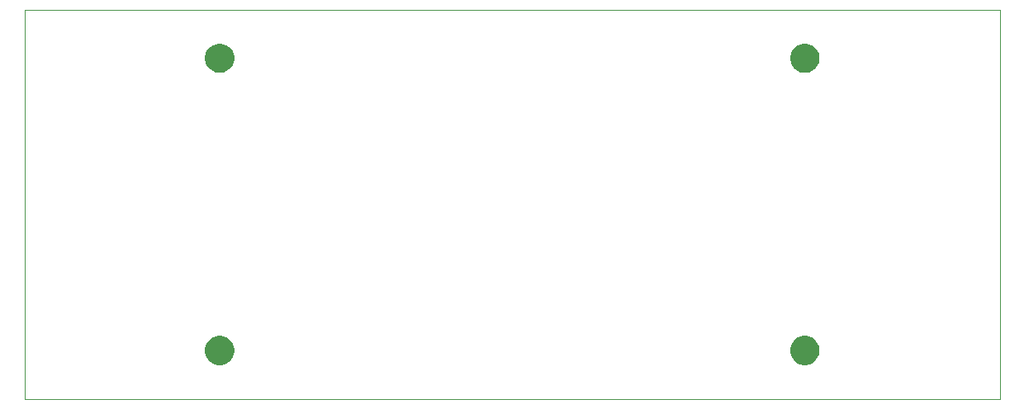
<source format=gbr>
%TF.GenerationSoftware,Altium Limited,Altium Designer,21.2.2 (38)*%
G04 Layer_Color=0*
%FSLAX45Y45*%
%MOMM*%
%TF.SameCoordinates,908A5498-0BB4-4271-8F68-DE63ACD0DB91*%
%TF.FilePolarity,Positive*%
%TF.FileFunction,Profile,NP*%
%TF.Part,Single*%
G01*
G75*
%TA.AperFunction,Profile*%
%ADD14C,0.02540*%
G36*
X7850000Y500000D02*
Y485226D01*
X7855764Y456246D01*
X7867072Y428948D01*
X7883487Y404380D01*
X7904380Y383487D01*
X7928948Y367072D01*
X7956246Y355764D01*
X7985226Y350000D01*
X8000000D01*
X8014774D01*
X8043753Y355764D01*
X8071051Y367072D01*
X8095619Y383487D01*
X8116512Y404380D01*
X8132928Y428948D01*
X8144235Y456246D01*
X8150000Y485226D01*
Y500000D01*
Y514774D01*
X8144235Y543753D01*
X8132928Y571051D01*
X8116512Y595619D01*
X8095619Y616512D01*
X8071051Y632928D01*
X8043753Y644235D01*
X8014774Y650000D01*
X8000000D01*
X7985226D01*
X7956246Y644235D01*
X7928948Y632928D01*
X7904380Y616512D01*
X7883487Y595619D01*
X7867072Y571051D01*
X7855764Y543753D01*
X7850000Y514774D01*
Y500000D01*
D01*
D02*
G37*
G36*
Y3500000D02*
Y3485226D01*
X7855764Y3456247D01*
X7867072Y3428948D01*
X7883487Y3404381D01*
X7904380Y3383488D01*
X7928948Y3367072D01*
X7956246Y3355764D01*
X7985226Y3350000D01*
X8000000D01*
X8014774D01*
X8043753Y3355764D01*
X8071051Y3367072D01*
X8095619Y3383488D01*
X8116512Y3404381D01*
X8132928Y3428948D01*
X8144235Y3456247D01*
X8150000Y3485226D01*
Y3500000D01*
Y3514774D01*
X8144235Y3543753D01*
X8132928Y3571052D01*
X8116512Y3595619D01*
X8095619Y3616512D01*
X8071051Y3632928D01*
X8043753Y3644236D01*
X8014774Y3650000D01*
X8000000D01*
X7985226D01*
X7956246Y3644236D01*
X7928948Y3632928D01*
X7904380Y3616512D01*
X7883487Y3595619D01*
X7867072Y3571052D01*
X7855764Y3543753D01*
X7850000Y3514774D01*
Y3500000D01*
D01*
D02*
G37*
G36*
X1850000Y500000D02*
Y485226D01*
X1855764Y456246D01*
X1867072Y428948D01*
X1883487Y404380D01*
X1904380Y383487D01*
X1928948Y367072D01*
X1956247Y355764D01*
X1985226Y350000D01*
X2000000D01*
X2014774D01*
X2043753Y355764D01*
X2071051Y367072D01*
X2095619Y383487D01*
X2116512Y404380D01*
X2132928Y428948D01*
X2144235Y456246D01*
X2150000Y485226D01*
Y500000D01*
Y514774D01*
X2144235Y543753D01*
X2132928Y571051D01*
X2116512Y595619D01*
X2095619Y616512D01*
X2071051Y632928D01*
X2043753Y644235D01*
X2014774Y650000D01*
X2000000D01*
X1985226D01*
X1956247Y644235D01*
X1928948Y632928D01*
X1904380Y616512D01*
X1883487Y595619D01*
X1867072Y571051D01*
X1855764Y543753D01*
X1850000Y514774D01*
Y500000D01*
D01*
D02*
G37*
G36*
X2000000Y3350000D02*
X1985226D01*
X1956247Y3355764D01*
X1928948Y3367072D01*
X1904380Y3383488D01*
X1883487Y3404381D01*
X1867072Y3428948D01*
X1855764Y3456247D01*
X1850000Y3485226D01*
Y3500000D01*
Y3514774D01*
X1855764Y3543753D01*
X1867072Y3571052D01*
X1883487Y3595619D01*
X1904380Y3616512D01*
X1928948Y3632928D01*
X1956247Y3644236D01*
X1985226Y3650000D01*
X2000000D01*
X2014774D01*
X2043753Y3644236D01*
X2071051Y3632928D01*
X2095619Y3616512D01*
X2116512Y3595619D01*
X2132928Y3571052D01*
X2144235Y3543753D01*
X2150000Y3514774D01*
Y3500000D01*
Y3485226D01*
X2144235Y3456247D01*
X2132928Y3428948D01*
X2116512Y3404381D01*
X2095619Y3383488D01*
X2071051Y3367072D01*
X2043753Y3355764D01*
X2014774Y3350000D01*
X2000000D01*
D01*
D02*
G37*
D14*
X0Y0D02*
Y4000000D01*
X10000000D01*
Y0D01*
X0D01*
%TF.MD5,93ac45aa289a173d8866b5ba55240dd5*%
M02*

</source>
